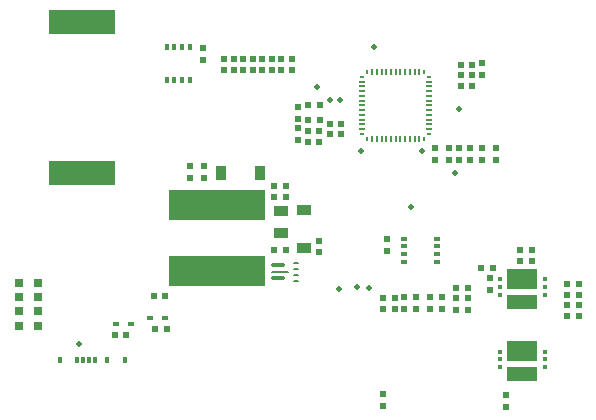
<source format=gtp>
G04*
G04 #@! TF.GenerationSoftware,Altium Limited,Altium Designer,20.0.7 (75)*
G04*
G04 Layer_Color=8421504*
%FSLAX44Y44*%
%MOMM*%
G71*
G01*
G75*
%ADD18R,0.3500X0.6000*%
%ADD19R,0.4800X0.4000*%
%ADD20R,0.9100X1.2200*%
%ADD21R,1.2200X0.9100*%
%ADD22R,0.8000X0.8000*%
%ADD23R,0.6000X0.5000*%
%ADD24R,0.5000X0.6000*%
%ADD25R,0.5000X0.5000*%
%ADD26R,0.5000X0.5000*%
%ADD27R,1.3000X0.9000*%
%ADD28C,0.5000*%
%ADD29R,5.6000X2.0000*%
%ADD30R,8.2000X2.6000*%
%ADD31R,0.4000X0.6000*%
%ADD32O,0.4000X0.6000*%
%ADD33R,0.6300X0.2500*%
%ADD34R,0.3000X0.2500*%
%ADD35R,0.2500X0.3000*%
%ADD36R,0.2500X0.6300*%
%ADD37O,0.6000X0.4000*%
%ADD38R,0.6000X0.4000*%
%ADD39R,0.4000X0.4000*%
%ADD40R,2.5000X1.2000*%
%ADD41R,2.5000X1.8000*%
G04:AMPARAMS|DCode=42|XSize=1.15mm|YSize=0.35mm|CornerRadius=0.0875mm|HoleSize=0mm|Usage=FLASHONLY|Rotation=0.000|XOffset=0mm|YOffset=0mm|HoleType=Round|Shape=RoundedRectangle|*
%AMROUNDEDRECTD42*
21,1,1.1500,0.1750,0,0,0.0*
21,1,0.9750,0.3500,0,0,0.0*
1,1,0.1750,0.4875,-0.0875*
1,1,0.1750,-0.4875,-0.0875*
1,1,0.1750,-0.4875,0.0875*
1,1,0.1750,0.4875,0.0875*
%
%ADD42ROUNDEDRECTD42*%
G04:AMPARAMS|DCode=43|XSize=1.4625mm|YSize=0.2mm|CornerRadius=0.05mm|HoleSize=0mm|Usage=FLASHONLY|Rotation=0.000|XOffset=0mm|YOffset=0mm|HoleType=Round|Shape=RoundedRectangle|*
%AMROUNDEDRECTD43*
21,1,1.4625,0.1000,0,0,0.0*
21,1,1.3625,0.2000,0,0,0.0*
1,1,0.1000,0.6813,-0.0500*
1,1,0.1000,-0.6813,-0.0500*
1,1,0.1000,-0.6813,0.0500*
1,1,0.1000,0.6813,0.0500*
%
%ADD43ROUNDEDRECTD43*%
G04:AMPARAMS|DCode=44|XSize=0.45mm|YSize=0.25mm|CornerRadius=0.0625mm|HoleSize=0mm|Usage=FLASHONLY|Rotation=0.000|XOffset=0mm|YOffset=0mm|HoleType=Round|Shape=RoundedRectangle|*
%AMROUNDEDRECTD44*
21,1,0.4500,0.1250,0,0,0.0*
21,1,0.3250,0.2500,0,0,0.0*
1,1,0.1250,0.1625,-0.0625*
1,1,0.1250,-0.1625,-0.0625*
1,1,0.1250,-0.1625,0.0625*
1,1,0.1250,0.1625,0.0625*
%
%ADD44ROUNDEDRECTD44*%
D18*
X45500Y94000D02*
D03*
X60500D02*
D03*
X65500D02*
D03*
X70500D02*
D03*
X75500D02*
D03*
X85500D02*
D03*
X100500D02*
D03*
D19*
X106000Y124000D02*
D03*
X92800D02*
D03*
X121800Y129000D02*
D03*
X135000D02*
D03*
D20*
X182000Y252000D02*
D03*
X214700D02*
D03*
D21*
X252000Y188300D02*
D03*
Y221000D02*
D03*
D22*
X27000Y123000D02*
D03*
X11000D02*
D03*
Y135000D02*
D03*
X27000D02*
D03*
Y147000D02*
D03*
X11000D02*
D03*
Y159000D02*
D03*
X27000D02*
D03*
D23*
X242000Y349000D02*
D03*
Y339000D02*
D03*
X410000Y153000D02*
D03*
Y163000D02*
D03*
X415000Y263000D02*
D03*
Y273000D02*
D03*
X393000Y263000D02*
D03*
Y273000D02*
D03*
X391000Y146000D02*
D03*
Y136000D02*
D03*
X375000Y263000D02*
D03*
Y273000D02*
D03*
X423000Y54000D02*
D03*
Y64000D02*
D03*
X247000Y298000D02*
D03*
Y308000D02*
D03*
Y280000D02*
D03*
Y290000D02*
D03*
X265000Y288000D02*
D03*
Y278000D02*
D03*
X168000Y258000D02*
D03*
Y248000D02*
D03*
X156000D02*
D03*
Y258000D02*
D03*
X323000Y186000D02*
D03*
Y196000D02*
D03*
X381000Y146000D02*
D03*
Y136000D02*
D03*
D24*
X485000Y131000D02*
D03*
X475000D02*
D03*
Y158000D02*
D03*
X485000D02*
D03*
X412000Y172000D02*
D03*
X402000D02*
D03*
X435000Y178000D02*
D03*
X445000D02*
D03*
Y187000D02*
D03*
X435000D02*
D03*
X395000Y344000D02*
D03*
X385000D02*
D03*
Y326000D02*
D03*
X395000D02*
D03*
X347000Y137000D02*
D03*
X337000D02*
D03*
X266000Y297000D02*
D03*
X256000D02*
D03*
X274000Y294000D02*
D03*
X284000D02*
D03*
Y285000D02*
D03*
X274000D02*
D03*
X319000Y146000D02*
D03*
X329000D02*
D03*
X347000Y147000D02*
D03*
X337000D02*
D03*
X237000Y241000D02*
D03*
X227000D02*
D03*
X391000Y155000D02*
D03*
X381000D02*
D03*
X359000Y137000D02*
D03*
X369000D02*
D03*
D25*
X135000Y148000D02*
D03*
X125000D02*
D03*
X475000Y140000D02*
D03*
X485000D02*
D03*
X475000Y149000D02*
D03*
X485000D02*
D03*
X136000Y120000D02*
D03*
X126000D02*
D03*
X385000Y335000D02*
D03*
X395000D02*
D03*
X256000Y310000D02*
D03*
X266000D02*
D03*
X329000Y137000D02*
D03*
X319000D02*
D03*
X227000Y232000D02*
D03*
X237000D02*
D03*
X369000Y147000D02*
D03*
X359000D02*
D03*
X227000Y187000D02*
D03*
X237000D02*
D03*
X92000Y115000D02*
D03*
X102000D02*
D03*
D26*
X167000Y358000D02*
D03*
Y348000D02*
D03*
X217000Y349000D02*
D03*
Y339000D02*
D03*
X225000D02*
D03*
Y349000D02*
D03*
X185000D02*
D03*
Y339000D02*
D03*
X193000D02*
D03*
Y349000D02*
D03*
X201000D02*
D03*
Y339000D02*
D03*
X209000D02*
D03*
Y349000D02*
D03*
X233000D02*
D03*
Y339000D02*
D03*
X403000Y345000D02*
D03*
Y335000D02*
D03*
Y263000D02*
D03*
Y273000D02*
D03*
X384000Y263000D02*
D03*
Y273000D02*
D03*
X363000D02*
D03*
Y263000D02*
D03*
X265000Y195000D02*
D03*
Y185000D02*
D03*
X256000Y288000D02*
D03*
Y278000D02*
D03*
X319000Y55000D02*
D03*
Y65000D02*
D03*
D27*
X233000Y220000D02*
D03*
Y201000D02*
D03*
D28*
X283000Y314000D02*
D03*
X263000Y325000D02*
D03*
X274000Y314000D02*
D03*
X312000Y359000D02*
D03*
X384000Y306000D02*
D03*
X380000Y252000D02*
D03*
X352000Y271000D02*
D03*
X301000D02*
D03*
X343000Y223000D02*
D03*
X307000Y155000D02*
D03*
X297000Y156000D02*
D03*
X282000Y154000D02*
D03*
X62000Y107000D02*
D03*
D29*
X64000Y380000D02*
D03*
Y252000D02*
D03*
D30*
X179000Y169000D02*
D03*
Y225000D02*
D03*
D31*
X136000Y331000D02*
D03*
D32*
X142500D02*
D03*
X149000D02*
D03*
X155500D02*
D03*
X136000Y359000D02*
D03*
X142500D02*
D03*
X149000D02*
D03*
X155500D02*
D03*
D33*
X301600Y289400D02*
D03*
Y293400D02*
D03*
Y297400D02*
D03*
Y301400D02*
D03*
Y305400D02*
D03*
Y309400D02*
D03*
Y313400D02*
D03*
Y317400D02*
D03*
Y321400D02*
D03*
Y325400D02*
D03*
Y329400D02*
D03*
X358400D02*
D03*
Y325400D02*
D03*
Y321400D02*
D03*
Y317400D02*
D03*
Y313400D02*
D03*
Y309400D02*
D03*
Y305400D02*
D03*
Y301400D02*
D03*
Y297400D02*
D03*
Y293400D02*
D03*
Y289400D02*
D03*
D34*
X301600Y333400D02*
D03*
X358400D02*
D03*
Y285400D02*
D03*
X301600Y285400D02*
D03*
D35*
X306000Y337800D02*
D03*
X354000D02*
D03*
Y281000D02*
D03*
X306000D02*
D03*
D36*
X310000Y337800D02*
D03*
X314000D02*
D03*
X318000D02*
D03*
X322000D02*
D03*
X326000D02*
D03*
X330000D02*
D03*
X334000D02*
D03*
X338000D02*
D03*
X342000D02*
D03*
X346000D02*
D03*
X350000D02*
D03*
Y281000D02*
D03*
X346000D02*
D03*
X342000D02*
D03*
X338000D02*
D03*
X334000D02*
D03*
X330000D02*
D03*
X326000D02*
D03*
X322000D02*
D03*
X318000D02*
D03*
X314000D02*
D03*
X310000D02*
D03*
D37*
X337000Y196500D02*
D03*
Y190000D02*
D03*
Y183500D02*
D03*
Y177000D02*
D03*
X365000Y196500D02*
D03*
Y190000D02*
D03*
Y183500D02*
D03*
D38*
Y177000D02*
D03*
D39*
X418000Y162000D02*
D03*
Y155500D02*
D03*
Y149000D02*
D03*
X456000Y149000D02*
D03*
Y162000D02*
D03*
Y155500D02*
D03*
X418000Y101000D02*
D03*
Y94500D02*
D03*
Y88000D02*
D03*
X456000Y88000D02*
D03*
Y101000D02*
D03*
Y94500D02*
D03*
D40*
X437000Y143000D02*
D03*
Y82000D02*
D03*
D41*
Y162500D02*
D03*
Y101500D02*
D03*
D42*
X230500Y174000D02*
D03*
Y163000D02*
D03*
D43*
X232000Y168500D02*
D03*
D44*
X246000Y171000D02*
D03*
Y166000D02*
D03*
Y161000D02*
D03*
Y176000D02*
D03*
M02*

</source>
